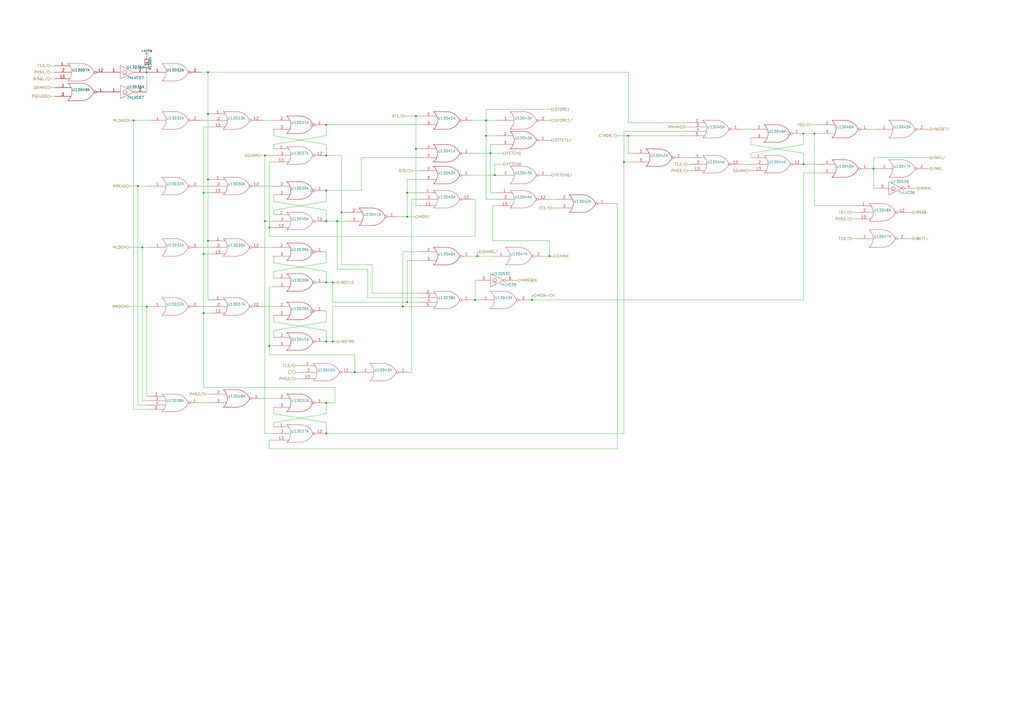
<source format=kicad_sch>
(kicad_sch (version 20211123) (generator eeschema)
  (paper "A2")
  (lib_symbols
    (symbol "agc_kicad_components:+4VSW" (power) (pin_names (offset 0))
      (property "Value" "agc_kicad_components_+4VSW" (at 0 3.556 0))
      (symbol "+4VSW_0_1"
        (polyline (pts (xy -0.762 1.27) (xy 0 2.54)))
        (polyline (pts (xy 0 0) (xy 0 2.54)))
        (polyline (pts (xy 0 2.54) (xy 0.762 1.27)))
      )
      (symbol "+4VSW_1_1"
        (pin power_in line (at 0 0 90) (length 0) hide (name "+4VSW") (number "1"))
      )
    )
    (symbol "agc_kicad_components:74HC02" (pin_names (offset 0.762))
      (property "Reference" "U" (at 0 1.27 0))
      (symbol "74HC02_1_1"
        (arc (start -7.62 -5.08) (mid -5.2708 0) (end -7.62 5.08) (stroke (width 0.2032)))
        (arc (start 0 -5.08) (mid 4.5812 -3.6906) (end 7.62 0) (stroke (width 0.2032)))
        (polyline (pts (xy -7.62 -5.08) (xy 0 -5.08)) (stroke (width 0.2032)))
        (polyline (pts (xy -7.62 5.08) (xy 0 5.08)) (stroke (width 0.2032)))
        (arc (start 7.62 0) (mid 4.5727 3.6819) (end 0 5.08) (stroke (width 0.2032)))
        (pin output inverted (at 15.24 0 180) (length 7.62) (name "~") (number "1"))
        (pin input line (at -15.24 2.54 0) (length 9.398) (name "~") (number "2"))
        (pin input line (at -15.24 -2.54 0) (length 9.398) (name "~") (number "3"))
      )
      (symbol "74HC02_2_1"
        (arc (start -7.62 -5.08) (mid -5.2708 0) (end -7.62 5.08) (stroke (width 0.2032)))
        (arc (start 0 -5.08) (mid 4.5812 -3.6906) (end 7.62 0) (stroke (width 0.2032)))
        (polyline (pts (xy -7.62 -5.08) (xy 0 -5.08)) (stroke (width 0.2032)))
        (polyline (pts (xy -7.62 5.08) (xy 0 5.08)) (stroke (width 0.2032)))
        (arc (start 7.62 0) (mid 4.5727 3.6819) (end 0 5.08) (stroke (width 0.2032)))
        (pin output inverted (at 15.24 0 180) (length 7.62) (name "~") (number "4"))
        (pin input line (at -15.24 2.54 0) (length 9.398) (name "~") (number "5"))
        (pin input line (at -15.24 -2.54 0) (length 9.398) (name "~") (number "6"))
      )
      (symbol "74HC02_3_1"
        (arc (start -7.62 -5.08) (mid -5.2708 0) (end -7.62 5.08) (stroke (width 0.2032)))
        (arc (start 0 -5.08) (mid 4.5812 -3.6906) (end 7.62 0) (stroke (width 0.2032)))
        (polyline (pts (xy -7.62 -5.08) (xy 0 -5.08)) (stroke (width 0.2032)))
        (polyline (pts (xy -7.62 5.08) (xy 0 5.08)) (stroke (width 0.2032)))
        (arc (start 7.62 0) (mid 4.5727 3.6819) (end 0 5.08) (stroke (width 0.2032)))
        (pin output inverted (at 15.24 0 180) (length 7.62) (name "~") (number "10"))
        (pin input line (at -15.24 2.54 0) (length 9.398) (name "~") (number "8"))
        (pin input line (at -15.24 -2.54 0) (length 9.398) (name "~") (number "9"))
      )
      (symbol "74HC02_4_1"
        (arc (start -7.62 -5.08) (mid -5.2708 0) (end -7.62 5.08) (stroke (width 0.2032)))
        (arc (start 0 -5.08) (mid 4.5812 -3.6906) (end 7.62 0) (stroke (width 0.2032)))
        (polyline (pts (xy -7.62 -5.08) (xy 0 -5.08)) (stroke (width 0.2032)))
        (polyline (pts (xy -7.62 5.08) (xy 0 5.08)) (stroke (width 0.2032)))
        (arc (start 7.62 0) (mid 4.5727 3.6819) (end 0 5.08) (stroke (width 0.2032)))
        (pin input line (at -15.24 2.54 0) (length 9.398) (name "~") (number "11"))
        (pin input line (at -15.24 -2.54 0) (length 9.398) (name "~") (number "12"))
        (pin output inverted (at 15.24 0 180) (length 7.62) (name "~") (number "13"))
      )
      (symbol "74HC02_5_0"
        (text "GND" (at 2.54 -3.81 0) (effects (font (size 0.9906 0.9906))))
        (text "VCC" (at 2.54 3.81 0) (effects (font (size 0.9906 0.9906))))
      )
      (symbol "74HC02_5_1"
        (rectangle (start -5.08 2.54) (end 5.08 -2.54))
        (pin power_in line (at 0 6.35 270) (length 3.81) (name "VCC") (number "14"))
        (pin power_in line (at 0 -6.35 90) (length 3.81) (name "GND") (number "7"))
      )
    )
    (symbol "agc_kicad_components:74HC04" (pin_names (offset 0.762))
      (property "Reference" "U" (at 0 1.27 0))
      (symbol "74HC04_1_1"
        (arc (start -7.62 -5.0292) (mid -5.3094 0.0082) (end -7.62 5.0546))
        (arc (start 0 -5.0546) (mid 4.5632 -3.6449) (end 7.5946 0.0508))
        (polyline (pts (xy -7.62 -5.08) (xy 0 -5.08)))
        (polyline (pts (xy -7.62 5.08) (xy 0 5.08)))
        (arc (start 7.62 0) (mid 4.6132 3.6946) (end 0.0508 5.08))
        (pin input line (at -15.24 0 0) (length 9.906) (name "~") (number "1"))
        (pin output inverted (at 15.24 0 180) (length 7.62) (name "~") (number "2"))
      )
      (symbol "74HC04_2_1"
        (arc (start -7.62 -5.0292) (mid -5.3094 0.0082) (end -7.62 5.0546))
        (arc (start 0 -5.0546) (mid 4.5632 -3.6449) (end 7.5946 0.0508))
        (polyline (pts (xy -7.62 -5.08) (xy 0 -5.08)))
        (polyline (pts (xy -7.62 5.08) (xy 0 5.08)))
        (arc (start 7.62 0) (mid 4.6132 3.6946) (end 0.0508 5.08))
        (pin input line (at -15.24 0 0) (length 9.906) (name "~") (number "3"))
        (pin output inverted (at 15.24 0 180) (length 7.62) (name "~") (number "4"))
      )
      (symbol "74HC04_3_1"
        (arc (start -7.62 -5.0292) (mid -5.3094 0.0082) (end -7.62 5.0546))
        (arc (start 0 -5.0546) (mid 4.5632 -3.6449) (end 7.5946 0.0508))
        (polyline (pts (xy -7.62 -5.08) (xy 0 -5.08)))
        (polyline (pts (xy -7.62 5.08) (xy 0 5.08)))
        (arc (start 7.62 0) (mid 4.6132 3.6946) (end 0.0508 5.08))
        (pin input line (at -15.24 0 0) (length 9.906) (name "~") (number "5"))
        (pin output inverted (at 15.24 0 180) (length 7.62) (name "~") (number "6"))
      )
      (symbol "74HC04_4_1"
        (arc (start -7.62 -5.0292) (mid -5.3094 0.0082) (end -7.62 5.0546))
        (arc (start 0 -5.0546) (mid 4.5632 -3.6449) (end 7.5946 0.0508))
        (polyline (pts (xy -7.62 -5.08) (xy 0 -5.08)))
        (polyline (pts (xy -7.62 5.08) (xy 0 5.08)))
        (arc (start 7.62 0) (mid 4.6132 3.6946) (end 0.0508 5.08))
        (pin output inverted (at 15.24 0 180) (length 7.62) (name "~") (number "8"))
        (pin input line (at -15.24 0 0) (length 9.906) (name "~") (number "9"))
      )
      (symbol "74HC04_5_1"
        (arc (start -7.62 -5.0292) (mid -5.3094 0.0082) (end -7.62 5.0546))
        (arc (start 0 -5.0546) (mid 4.5632 -3.6449) (end 7.5946 0.0508))
        (polyline (pts (xy -7.62 -5.08) (xy 0 -5.08)))
        (polyline (pts (xy -7.62 5.08) (xy 0 5.08)))
        (arc (start 7.62 0) (mid 4.6132 3.6946) (end 0.0508 5.08))
        (pin output inverted (at 15.24 0 180) (length 7.62) (name "~") (number "10"))
        (pin input line (at -15.24 0 0) (length 9.906) (name "~") (number "11"))
      )
      (symbol "74HC04_6_1"
        (arc (start -7.62 -5.0292) (mid -5.3094 0.0082) (end -7.62 5.0546))
        (arc (start 0 -5.0546) (mid 4.5632 -3.6449) (end 7.5946 0.0508))
        (polyline (pts (xy -7.62 -5.08) (xy 0 -5.08)))
        (polyline (pts (xy -7.62 5.08) (xy 0 5.08)))
        (arc (start 7.62 0) (mid 4.6132 3.6946) (end 0.0508 5.08))
        (pin output inverted (at 15.24 0 180) (length 7.62) (name "~") (number "12"))
        (pin input line (at -15.24 0 0) (length 9.906) (name "~") (number "13"))
      )
      (symbol "74HC04_7_0"
        (text "GND" (at 2.54 -3.81 0) (effects (font (size 0.9906 0.9906))))
        (text "VCC" (at 2.54 3.81 0) (effects (font (size 0.9906 0.9906))))
      )
      (symbol "74HC04_7_1"
        (rectangle (start -5.08 2.54) (end 5.08 -2.54))
        (pin power_in line (at 0 6.35 270) (length 3.81) (name "VCC") (number "14"))
        (pin power_in line (at 0 -6.35 90) (length 3.81) (name "GND") (number "7"))
      )
    )
    (symbol "agc_kicad_components:74HC27" (pin_names (offset 0.762))
      (property "Reference" "U" (at 0 1.27 0))
      (symbol "74HC27_1_1"
        (arc (start -7.62 -5.0292) (mid -5.3094 0.0082) (end -7.62 5.0546))
        (arc (start 0 -5.0546) (mid 4.5632 -3.6449) (end 7.5946 0.0508))
        (polyline (pts (xy -7.62 -5.08) (xy 0 -5.08)))
        (polyline (pts (xy -7.62 5.08) (xy 0 5.08)))
        (arc (start 7.62 0) (mid 4.6132 3.6946) (end 0.0508 5.08))
        (pin input line (at -15.24 3.81 0) (length 8.763) (name "~") (number "1"))
        (pin output inverted (at 15.24 0 180) (length 7.62) (name "~") (number "12"))
        (pin input line (at -15.24 -3.81 0) (length 8.763) (name "~") (number "13"))
        (pin input line (at -15.24 0 0) (length 9.906) (name "~") (number "2"))
      )
      (symbol "74HC27_2_1"
        (arc (start -7.62 -5.0292) (mid -5.3094 0.0082) (end -7.62 5.0546))
        (arc (start 0 -5.0546) (mid 4.5632 -3.6449) (end 7.5946 0.0508))
        (polyline (pts (xy -7.62 -5.08) (xy 0 -5.08)))
        (polyline (pts (xy -7.62 5.08) (xy 0 5.08)))
        (arc (start 7.62 0) (mid 4.6132 3.6946) (end 0.0508 5.08))
        (pin input line (at -15.24 3.81 0) (length 8.763) (name "~") (number "3"))
        (pin input line (at -15.24 0 0) (length 9.906) (name "~") (number "4"))
        (pin input line (at -15.24 -3.81 0) (length 8.763) (name "~") (number "5"))
        (pin output inverted (at 15.24 0 180) (length 7.62) (name "~") (number "6"))
      )
      (symbol "74HC27_3_1"
        (arc (start -7.62 -5.0292) (mid -5.3094 0.0082) (end -7.62 5.0546))
        (arc (start 0 -5.0546) (mid 4.5632 -3.6449) (end 7.5946 0.0508))
        (polyline (pts (xy -7.62 -5.08) (xy 0 -5.08)))
        (polyline (pts (xy -7.62 5.08) (xy 0 5.08)))
        (arc (start 7.62 0) (mid 4.6132 3.6946) (end 0.0508 5.08))
        (pin input line (at -15.24 0 0) (length 9.906) (name "~") (number "10"))
        (pin input line (at -15.24 -3.81 0) (length 8.763) (name "~") (number "11"))
        (pin output inverted (at 15.24 0 180) (length 7.62) (name "~") (number "8"))
        (pin input line (at -15.24 3.81 0) (length 8.763) (name "~") (number "9"))
      )
      (symbol "74HC27_4_0"
        (text "GND" (at 2.54 -3.81 0) (effects (font (size 0.9906 0.9906))))
        (text "VCC" (at 2.54 3.81 0) (effects (font (size 0.9906 0.9906))))
      )
      (symbol "74HC27_4_1"
        (rectangle (start -5.08 2.54) (end 5.08 -2.54))
        (pin power_in line (at 0 6.35 270) (length 3.81) (name "VCC") (number "14"))
        (pin power_in line (at 0 -6.35 90) (length 3.81) (name "GND") (number "7"))
      )
    )
    (symbol "agc_kicad_components:74HC4002" (pin_names (offset 0.762))
      (property "Reference" "U" (at 0 1.27 0))
      (symbol "74HC4002_1_1"
        (arc (start -7.62 -5.0292) (mid -5.3094 0.0082) (end -7.62 5.0546))
        (arc (start 0 -5.0546) (mid 4.5632 -3.6449) (end 7.5946 0.0508))
        (polyline (pts (xy -7.62 -5.08) (xy 0 -5.08)))
        (polyline (pts (xy -7.62 5.08) (xy 0 5.08)))
        (arc (start 7.62 0) (mid 4.6132 3.6946) (end 0.0508 5.08))
        (pin output inverted (at 15.24 0 180) (length 7.62) (name "~") (number "1"))
        (pin input line (at -15.24 3.81 0) (length 8.509) (name "~") (number "2"))
        (pin input line (at -15.24 1.27 0) (length 9.652) (name "~") (number "3"))
        (pin input line (at -15.24 -1.27 0) (length 9.652) (name "~") (number "4"))
        (pin input line (at -15.24 -3.81 0) (length 8.509) (name "~") (number "5"))
        (pin no_connect line (at -2.54 5.08 90) (length 0) hide (name "NC1") (number "6"))
        (pin no_connect line (at 0 5.08 90) (length 0) hide (name "NC2") (number "8"))
      )
      (symbol "74HC4002_2_1"
        (arc (start -7.62 -5.0292) (mid -5.3094 0.0082) (end -7.62 5.0546))
        (arc (start 0 -5.0546) (mid 4.5632 -3.6449) (end 7.5946 0.0508))
        (polyline (pts (xy -7.62 -5.08) (xy 0 -5.08)))
        (polyline (pts (xy -7.62 5.08) (xy 0 5.08)))
        (arc (start 7.62 0) (mid 4.6132 3.6946) (end 0.0508 5.08))
        (pin input line (at -15.24 1.27 0) (length 9.652) (name "~") (number "10"))
        (pin input line (at -15.24 -1.27 0) (length 9.652) (name "~") (number "11"))
        (pin input line (at -15.24 -3.81 0) (length 8.509) (name "~") (number "12"))
        (pin output inverted (at 15.24 0 180) (length 7.62) (name "~") (number "13"))
        (pin no_connect line (at -2.54 5.08 90) (length 0) hide (name "NC1") (number "6"))
        (pin no_connect line (at 0 5.08 90) (length 0) hide (name "NC2") (number "8"))
        (pin input line (at -15.24 3.81 0) (length 8.509) (name "~") (number "9"))
      )
      (symbol "74HC4002_3_0"
        (text "GND" (at 2.54 -3.81 0) (effects (font (size 0.9906 0.9906))))
        (text "VCC" (at 2.54 3.81 0) (effects (font (size 0.9906 0.9906))))
      )
      (symbol "74HC4002_3_1"
        (rectangle (start -5.08 2.54) (end 5.08 -2.54))
        (pin power_in line (at 0 6.35 270) (length 3.81) (name "VCC") (number "14"))
        (pin power_in line (at 0 -6.35 90) (length 3.81) (name "GND") (number "7"))
      )
    )
    (symbol "agc_kicad_components:74LVC06" (pin_names (offset 0.762))
      (property "Reference" "U" (at 0 1.27 0))
      (symbol "74LVC06_1_0"
        (polyline (pts (xy -3.81 3.81) (xy -3.81 -3.81) (xy 3.81 0) (xy -3.81 3.81)))
      )
      (symbol "74LVC06_1_1"
        (polyline (pts (xy -2.54 -1.27) (xy 0 -1.27)))
        (polyline (pts (xy -1.27 1.27) (xy -2.54 0) (xy -1.27 -1.27) (xy 0 0) (xy -1.27 1.27)))
        (pin input line (at -11.43 0 0) (length 7.62) (name "~") (number "1"))
        (pin open_collector inverted (at 11.43 0 180) (length 7.62) (name "~") (number "2"))
      )
      (symbol "74LVC06_2_0"
        (polyline (pts (xy -3.81 3.81) (xy -3.81 -3.81) (xy 3.81 0) (xy -3.81 3.81)))
      )
      (symbol "74LVC06_2_1"
        (polyline (pts (xy -2.54 -1.27) (xy 0 -1.27)))
        (polyline (pts (xy -1.27 1.27) (xy -2.54 0) (xy -1.27 -1.27) (xy 0 0) (xy -1.27 1.27)))
        (pin input line (at -11.43 0 0) (length 7.62) (name "~") (number "3"))
        (pin open_collector inverted (at 11.43 0 180) (length 7.62) (name "~") (number "4"))
      )
      (symbol "74LVC06_3_0"
        (polyline (pts (xy -3.81 3.81) (xy -3.81 -3.81) (xy 3.81 0) (xy -3.81 3.81)))
      )
      (symbol "74LVC06_3_1"
        (polyline (pts (xy -2.54 -1.27) (xy 0 -1.27)))
        (polyline (pts (xy -1.27 1.27) (xy -2.54 0) (xy -1.27 -1.27) (xy 0 0) (xy -1.27 1.27)))
        (pin input line (at -11.43 0 0) (length 7.62) (name "~") (number "5"))
        (pin open_collector inverted (at 11.43 0 180) (length 7.62) (name "~") (number "6"))
      )
      (symbol "74LVC06_4_0"
        (polyline (pts (xy -3.81 3.81) (xy -3.81 -3.81) (xy 3.81 0) (xy -3.81 3.81)))
      )
      (symbol "74LVC06_4_1"
        (polyline (pts (xy -2.54 -1.27) (xy 0 -1.27)))
        (polyline (pts (xy -1.27 1.27) (xy -2.54 0) (xy -1.27 -1.27) (xy 0 0) (xy -1.27 1.27)))
        (pin open_collector inverted (at 11.43 0 180) (length 7.62) (name "~") (number "8"))
        (pin input line (at -11.43 0 0) (length 7.62) (name "~") (number "9"))
      )
      (symbol "74LVC06_5_0"
        (polyline (pts (xy -3.81 3.81) (xy -3.81 -3.81) (xy 3.81 0) (xy -3.81 3.81)))
      )
      (symbol "74LVC06_5_1"
        (polyline (pts (xy -2.54 -1.27) (xy 0 -1.27)))
        (polyline (pts (xy -1.27 1.27) (xy -2.54 0) (xy -1.27 -1.27) (xy 0 0) (xy -1.27 1.27)))
        (pin open_collector inverted (at 11.43 0 180) (length 7.62) (name "~") (number "10"))
        (pin input line (at -11.43 0 0) (length 7.62) (name "~") (number "11"))
      )
      (symbol "74LVC06_6_0"
        (polyline (pts (xy -3.81 3.81) (xy -3.81 -3.81) (xy 3.81 0) (xy -3.81 3.81)))
      )
      (symbol "74LVC06_6_1"
        (polyline (pts (xy -2.54 -1.27) (xy 0 -1.27)))
        (polyline (pts (xy -1.27 1.27) (xy -2.54 0) (xy -1.27 -1.27) (xy 0 0) (xy -1.27 1.27)))
        (pin open_collector inverted (at 11.43 0 180) (length 7.62) (name "~") (number "12"))
        (pin input line (at -11.43 0 0) (length 7.62) (name "~") (number "13"))
      )
      (symbol "74LVC06_7_0"
        (rectangle (start -5.08 2.54) (end 5.08 -2.54))
        (text "GND" (at 2.54 -3.81 0) (effects (font (size 0.9906 0.9906))))
        (text "VCC" (at 2.54 3.81 0) (effects (font (size 0.9906 0.9906))))
      )
      (symbol "74LVC06_7_1"
        (pin power_in line (at 0 6.35 270) (length 3.81) (name "VCC") (number "14"))
        (pin power_in line (at 0 -6.35 90) (length 3.81) (name "GND") (number "7"))
      )
    )
    (symbol "agc_kicad_components:74LVC07" (pin_names (offset 0.762))
      (property "Reference" "U" (at 0 1.27 0))
      (symbol "74LVC07_1_0"
        (polyline (pts (xy -3.81 3.81) (xy -3.81 -3.81) (xy 3.81 0) (xy -3.81 3.81)))
      )
      (symbol "74LVC07_1_1"
        (polyline (pts (xy -2.54 -1.27) (xy 0 -1.27)))
        (polyline (pts (xy -1.27 1.27) (xy -2.54 0) (xy -1.27 -1.27) (xy 0 0) (xy -1.27 1.27)))
        (pin input line (at -11.43 0 0) (length 7.62) (name "~") (number "1"))
        (pin open_collector line (at 11.43 0 180) (length 7.62) (name "~") (number "2"))
      )
      (symbol "74LVC07_2_0"
        (polyline (pts (xy -3.81 3.81) (xy -3.81 -3.81) (xy 3.81 0) (xy -3.81 3.81)))
      )
      (symbol "74LVC07_2_1"
        (polyline (pts (xy -2.54 -1.27) (xy 0 -1.27)))
        (polyline (pts (xy -1.27 1.27) (xy -2.54 0) (xy -1.27 -1.27) (xy 0 0) (xy -1.27 1.27)))
        (pin input line (at -11.43 0 0) (length 7.62) (name "~") (number "3"))
        (pin open_collector line (at 11.43 0 180) (length 7.62) (name "~") (number "4"))
      )
      (symbol "74LVC07_3_0"
        (polyline (pts (xy -3.81 3.81) (xy -3.81 -3.81) (xy 3.81 0) (xy -3.81 3.81)))
      )
      (symbol "74LVC07_3_1"
        (polyline (pts (xy -2.54 -1.27) (xy 0 -1.27)))
        (polyline (pts (xy -1.27 1.27) (xy -2.54 0) (xy -1.27 -1.27) (xy 0 0) (xy -1.27 1.27)))
        (pin input line (at -11.43 0 0) (length 7.62) (name "~") (number "5"))
        (pin open_collector line (at 11.43 0 180) (length 7.62) (name "~") (number "6"))
      )
      (symbol "74LVC07_4_0"
        (polyline (pts (xy -3.81 3.81) (xy -3.81 -3.81) (xy 3.81 0) (xy -3.81 3.81)))
      )
      (symbol "74LVC07_4_1"
        (polyline (pts (xy -2.54 -1.27) (xy 0 -1.27)))
        (polyline (pts (xy -1.27 1.27) (xy -2.54 0) (xy -1.27 -1.27) (xy 0 0) (xy -1.27 1.27)))
        (pin open_collector line (at 11.43 0 180) (length 7.62) (name "~") (number "8"))
        (pin input line (at -11.43 0 0) (length 7.62) (name "~") (number "9"))
      )
      (symbol "74LVC07_5_0"
        (polyline (pts (xy -3.81 3.81) (xy -3.81 -3.81) (xy 3.81 0) (xy -3.81 3.81)))
      )
      (symbol "74LVC07_5_1"
        (polyline (pts (xy -2.54 -1.27) (xy 0 -1.27)))
        (polyline (pts (xy -1.27 1.27) (xy -2.54 0) (xy -1.27 -1.27) (xy 0 0) (xy -1.27 1.27)))
        (pin open_collector line (at 11.43 0 180) (length 7.62) (name "~") (number "10"))
        (pin input line (at -11.43 0 0) (length 7.62) (name "~") (number "11"))
      )
      (symbol "74LVC07_6_0"
        (polyline (pts (xy -3.81 3.81) (xy -3.81 -3.81) (xy 3.81 0) (xy -3.81 3.81)))
      )
      (symbol "74LVC07_6_1"
        (polyline (pts (xy -2.54 -1.27) (xy 0 -1.27)))
        (polyline (pts (xy -1.27 1.27) (xy -2.54 0) (xy -1.27 -1.27) (xy 0 0) (xy -1.27 1.27)))
        (pin open_collector line (at 11.43 0 180) (length 7.62) (name "~") (number "12"))
        (pin input line (at -11.43 0 0) (length 7.62) (name "~") (number "13"))
      )
      (symbol "74LVC07_7_0"
        (rectangle (start -5.08 2.54) (end 5.08 -2.54))
        (text "GND" (at 2.54 -3.81 0) (effects (font (size 0.9906 0.9906))))
        (text "VCC" (at 2.54 3.81 0) (effects (font (size 0.9906 0.9906))))
      )
      (symbol "74LVC07_7_1"
        (pin power_in line (at 0 6.35 270) (length 3.81) (name "VCC") (number "14"))
        (pin power_in line (at 0 -6.35 90) (length 3.81) (name "GND") (number "7"))
      )
    )
    (symbol "agc_kicad_components:R" (pin_numbers hide) (pin_names (offset 0) hide)
      (property "Reference" "R" (at 0 0 0))
      (property "Value" "agc_kicad_components_R" (at 0 0 0))
      (symbol "R_1_1"
        (rectangle (start -1.016 -2.54) (end 1.016 2.54) (stroke (width 0.254)))
        (pin passive line (at 0 3.81 270) (length 1.27) (name "~") (number "1"))
        (pin passive line (at 0 -3.81 90) (length 1.27) (name "~") (number "2"))
      )
    )
  )
  (junction (at 284.48 88.9))
  (junction (at 189.23 128.27))
  (junction (at 120.65 66.04))
  (junction (at 236.22 125.73))
  (junction (at 241.3 67.31))
  (junction (at 189.23 163.83))
  (junction (at 77.47 69.85))
  (junction (at 241.3 86.36))
  (junction (at 233.68 177.8))
  (junction (at 236.22 175.26))
  (junction (at 120.65 139.7))
  (junction (at 85.09 41.91))
  (junction (at 189.23 233.68))
  (junction (at 118.11 181.61))
  (junction (at 198.12 123.19))
  (junction (at 189.23 198.12))
  (junction (at 195.58 128.27))
  (junction (at 361.95 93.98))
  (junction (at 85.09 177.8))
  (junction (at 506.73 97.79))
  (junction (at 153.67 128.27))
  (junction (at 276.86 148.59))
  (junction (at 308.61 173.99))
  (junction (at 236.22 111.76))
  (junction (at 205.74 215.9))
  (junction (at 281.94 78.74))
  (junction (at 189.23 90.17))
  (junction (at 466.09 95.25))
  (junction (at 189.23 72.39))
  (junction (at 120.65 41.91))
  (junction (at 281.94 69.85))
  (junction (at 287.02 101.6))
  (junction (at 156.21 200.66))
  (junction (at 318.77 148.59))
  (junction (at 120.65 104.14))
  (junction (at 466.09 77.47))
  (junction (at 364.49 78.74))
  (junction (at 80.01 107.95))
  (junction (at 153.67 90.17))
  (junction (at 189.23 110.49))
  (junction (at 193.04 198.12))
  (junction (at 472.44 77.47))
  (junction (at 118.11 111.76))
  (junction (at 82.55 143.51))
  (junction (at 193.04 163.83))
  (junction (at 275.59 173.99))
  (junction (at 189.23 251.46))
  (junction (at 156.21 132.08))
  (junction (at 118.11 147.32))
  (wire (pts (xy 189.23 116.84) (xy 158.75 121.92)))
  (wire (pts (xy 287.02 101.6) (xy 287.02 95.25)))
  (wire (pts (xy 466.09 95.25) (xy 466.09 88.9)))
  (wire (pts (xy 397.51 91.44) (xy 400.05 91.44)))
  (wire (pts (xy 213.36 172.72) (xy 243.84 172.72)))
  (wire (pts (xy 215.9 170.18) (xy 243.84 170.18)))
  (wire (pts (xy 116.84 177.8) (xy 121.92 177.8)))
  (wire (pts (xy 466.09 77.47) (xy 466.09 83.82)))
  (wire (pts (xy 320.04 101.6) (xy 318.77 101.6)))
  (wire (pts (xy 118.11 224.79) (xy 194.31 224.79)))
  (wire (pts (xy 189.23 157.48) (xy 158.75 152.4)))
  (wire (pts (xy 116.84 69.85) (xy 121.92 69.85)))
  (wire (pts (xy 85.09 41.91) (xy 86.36 41.91)))
  (wire (pts (xy 118.11 147.32) (xy 118.11 181.61)))
  (wire (pts (xy 77.47 69.85) (xy 86.36 69.85)))
  (wire (pts (xy 205.74 205.74) (xy 205.74 215.9)))
  (wire (pts (xy 539.75 74.93) (xy 538.48 74.93)))
  (wire (pts (xy 29.21 45.72) (xy 31.75 45.72)))
  (wire (pts (xy 281.94 63.5) (xy 320.04 63.5)))
  (wire (pts (xy 281.94 78.74) (xy 281.94 115.57)))
  (wire (pts (xy 158.75 186.69) (xy 158.75 182.88)))
  (wire (pts (xy 156.21 200.66) (xy 156.21 205.74)))
  (wire (pts (xy 74.93 143.51) (xy 82.55 143.51)))
  (wire (pts (xy 189.23 186.69) (xy 158.75 191.77)))
  (wire (pts (xy 496.57 138.43) (xy 494.03 138.43)))
  (wire (pts (xy 189.23 83.82) (xy 158.75 78.74)))
  (wire (pts (xy 152.4 69.85) (xy 158.75 69.85)))
  (wire (pts (xy 209.55 110.49) (xy 209.55 91.44)))
  (wire (pts (xy 158.75 78.74) (xy 158.75 74.93)))
  (wire (pts (xy 120.65 139.7) (xy 121.92 139.7)))
  (wire (pts (xy 189.23 152.4) (xy 158.75 157.48)))
  (wire (pts (xy 195.58 128.27) (xy 195.58 156.21)))
  (wire (pts (xy 474.98 100.33) (xy 466.09 100.33)))
  (wire (pts (xy 85.09 40.64) (xy 85.09 41.91)))
  (wire (pts (xy 118.11 181.61) (xy 118.11 224.79)))
  (wire (pts (xy 119.38 228.6) (xy 121.92 228.6)))
  (wire (pts (xy 281.94 69.85) (xy 288.29 69.85)))
  (wire (pts (xy 151.13 90.17) (xy 153.67 90.17)))
  (wire (pts (xy 189.23 78.74) (xy 158.75 83.82)))
  (wire (pts (xy 364.49 41.91) (xy 364.49 71.12)))
  (wire (pts (xy 198.12 90.17) (xy 189.23 90.17)))
  (wire (pts (xy 275.59 115.57) (xy 275.59 137.16)))
  (wire (pts (xy 189.23 72.39) (xy 243.84 72.39)))
  (wire (pts (xy 505.46 74.93) (xy 508 74.93)))
  (wire (pts (xy 156.21 255.27) (xy 158.75 255.27)))
  (wire (pts (xy 466.09 95.25) (xy 474.98 95.25)))
  (wire (pts (xy 116.84 107.95) (xy 121.92 107.95)))
  (wire (pts (xy 158.75 93.98) (xy 156.21 93.98)))
  (wire (pts (xy 156.21 132.08) (xy 156.21 137.16)))
  (wire (pts (xy 189.23 128.27) (xy 195.58 128.27)))
  (wire (pts (xy 274.32 101.6) (xy 287.02 101.6)))
  (wire (pts (xy 86.36 229.87) (xy 85.09 229.87)))
  (wire (pts (xy 194.31 224.79) (xy 194.31 233.68)))
  (wire (pts (xy 193.04 198.12) (xy 195.58 198.12)))
  (wire (pts (xy 189.23 128.27) (xy 189.23 121.92)))
  (wire (pts (xy 430.53 74.93) (xy 435.61 74.93)))
  (wire (pts (xy 284.48 83.82) (xy 288.29 83.82)))
  (wire (pts (xy 308.61 171.45) (xy 308.61 173.99)))
  (wire (pts (xy 195.58 128.27) (xy 200.66 128.27)))
  (wire (pts (xy 116.84 143.51) (xy 121.92 143.51)))
  (wire (pts (xy 156.21 137.16) (xy 275.59 137.16)))
  (wire (pts (xy 189.23 110.49) (xy 209.55 110.49)))
  (wire (pts (xy 85.09 177.8) (xy 86.36 177.8)))
  (wire (pts (xy 189.23 72.39) (xy 189.23 78.74)))
  (wire (pts (xy 193.04 177.8) (xy 233.68 177.8)))
  (wire (pts (xy 397.51 73.66) (xy 400.05 73.66)))
  (wire (pts (xy 158.75 191.77) (xy 158.75 195.58)))
  (wire (pts (xy 120.65 104.14) (xy 120.65 139.7)))
  (wire (pts (xy 234.95 67.31) (xy 241.3 67.31)))
  (wire (pts (xy 284.48 88.9) (xy 284.48 111.76)))
  (wire (pts (xy 189.23 191.77) (xy 158.75 186.69)))
  (wire (pts (xy 194.31 233.68) (xy 189.23 233.68)))
  (wire (pts (xy 120.65 104.14) (xy 121.92 104.14)))
  (wire (pts (xy 189.23 110.49) (xy 189.23 116.84)))
  (wire (pts (xy 158.75 128.27) (xy 153.67 128.27)))
  (wire (pts (xy 364.49 78.74) (xy 400.05 78.74)))
  (wire (pts (xy 198.12 123.19) (xy 198.12 153.67)))
  (wire (pts (xy 358.14 118.11) (xy 358.14 260.35)))
  (wire (pts (xy 233.68 177.8) (xy 233.68 146.05)))
  (wire (pts (xy 120.65 139.7) (xy 120.65 173.99)))
  (wire (pts (xy 316.23 148.59) (xy 318.77 148.59)))
  (wire (pts (xy 120.65 173.99) (xy 121.92 173.99)))
  (wire (pts (xy 506.73 91.44) (xy 506.73 97.79)))
  (wire (pts (xy 275.59 173.99) (xy 276.86 173.99)))
  (wire (pts (xy 238.76 215.9) (xy 237.49 215.9)))
  (wire (pts (xy 189.23 90.17) (xy 189.23 83.82)))
  (wire (pts (xy 209.55 91.44) (xy 243.84 91.44)))
  (wire (pts (xy 189.23 251.46) (xy 189.23 245.11)))
  (wire (pts (xy 529.59 123.19) (xy 527.05 123.19)))
  (wire (pts (xy 505.46 97.79) (xy 506.73 97.79)))
  (wire (pts (xy 308.61 173.99) (xy 466.09 173.99)))
  (wire (pts (xy 434.34 99.06) (xy 435.61 99.06)))
  (wire (pts (xy 213.36 156.21) (xy 213.36 172.72)))
  (wire (pts (xy 171.45 215.9) (xy 173.99 215.9)))
  (wire (pts (xy 158.75 245.11) (xy 158.75 247.65)))
  (wire (pts (xy 152.4 143.51) (xy 158.75 143.51)))
  (wire (pts (xy 506.73 91.44) (xy 539.75 91.44)))
  (wire (pts (xy 74.93 107.95) (xy 80.01 107.95)))
  (wire (pts (xy 320.04 81.28) (xy 318.77 81.28)))
  (wire (pts (xy 156.21 132.08) (xy 158.75 132.08)))
  (wire (pts (xy 189.23 163.83) (xy 189.23 157.48)))
  (wire (pts (xy 275.59 162.56) (xy 276.86 162.56)))
  (wire (pts (xy 274.32 88.9) (xy 284.48 88.9)))
  (wire (pts (xy 361.95 76.2) (xy 400.05 76.2)))
  (wire (pts (xy 158.75 240.03) (xy 158.75 236.22)))
  (wire (pts (xy 118.11 147.32) (xy 121.92 147.32)))
  (wire (pts (xy 120.65 66.04) (xy 121.92 66.04)))
  (wire (pts (xy 152.4 231.14) (xy 158.75 231.14)))
  (wire (pts (xy 285.75 119.38) (xy 288.29 119.38)))
  (wire (pts (xy 284.48 88.9) (xy 292.1 88.9)))
  (wire (pts (xy 189.23 245.11) (xy 158.75 240.03)))
  (wire (pts (xy 287.02 95.25) (xy 292.1 95.25)))
  (wire (pts (xy 189.23 198.12) (xy 189.23 191.77)))
  (wire (pts (xy 318.77 139.7) (xy 285.75 139.7)))
  (wire (pts (xy 198.12 90.17) (xy 198.12 123.19)))
  (wire (pts (xy 236.22 175.26) (xy 236.22 151.13)))
  (wire (pts (xy 200.66 123.19) (xy 198.12 123.19)))
  (wire (pts (xy 243.84 111.76) (xy 236.22 111.76)))
  (wire (pts (xy 430.53 95.25) (xy 435.61 95.25)))
  (wire (pts (xy 472.44 119.38) (xy 496.57 119.38)))
  (wire (pts (xy 156.21 93.98) (xy 156.21 132.08)))
  (wire (pts (xy 153.67 90.17) (xy 153.67 128.27)))
  (wire (pts (xy 318.77 115.57) (xy 322.58 115.57)))
  (wire (pts (xy 158.75 107.95) (xy 152.4 107.95)))
  (wire (pts (xy 156.21 200.66) (xy 158.75 200.66)))
  (wire (pts (xy 120.65 66.04) (xy 120.65 104.14)))
  (wire (pts (xy 241.3 67.31) (xy 241.3 86.36)))
  (wire (pts (xy 466.09 77.47) (xy 472.44 77.47)))
  (wire (pts (xy 276.86 146.05) (xy 278.13 146.05)))
  (wire (pts (xy 189.23 233.68) (xy 189.23 240.03)))
  (wire (pts (xy 118.11 181.61) (xy 121.92 181.61)))
  (wire (pts (xy 158.75 116.84) (xy 158.75 113.03)))
  (wire (pts (xy 120.65 41.91) (xy 120.65 66.04)))
  (wire (pts (xy 274.32 173.99) (xy 275.59 173.99)))
  (wire (pts (xy 29.21 50.8) (xy 31.75 50.8)))
  (wire (pts (xy 233.68 177.8) (xy 243.84 177.8)))
  (wire (pts (xy 466.09 83.82) (xy 435.61 88.9)))
  (wire (pts (xy 474.98 72.39) (xy 469.9 72.39)))
  (wire (pts (xy 74.93 177.8) (xy 85.09 177.8)))
  (wire (pts (xy 466.09 88.9) (xy 435.61 83.82)))
  (wire (pts (xy 364.49 88.9) (xy 367.03 88.9)))
  (wire (pts (xy 506.73 97.79) (xy 508 97.79)))
  (wire (pts (xy 74.93 69.85) (xy 77.47 69.85)))
  (wire (pts (xy 29.21 38.1) (xy 31.75 38.1)))
  (wire (pts (xy 116.84 41.91) (xy 120.65 41.91)))
  (wire (pts (xy 320.04 69.85) (xy 318.77 69.85)))
  (wire (pts (xy 284.48 111.76) (xy 288.29 111.76)))
  (wire (pts (xy 532.13 109.22) (xy 530.86 109.22)))
  (wire (pts (xy 189.23 163.83) (xy 193.04 163.83)))
  (wire (pts (xy 158.75 157.48) (xy 158.75 161.29)))
  (wire (pts (xy 236.22 125.73) (xy 241.3 125.73)))
  (wire (pts (xy 435.61 83.82) (xy 435.61 80.01)))
  (wire (pts (xy 238.76 115.57) (xy 238.76 215.9)))
  (wire (pts (xy 189.23 146.05) (xy 189.23 152.4)))
  (wire (pts (xy 193.04 175.26) (xy 236.22 175.26)))
  (wire (pts (xy 86.36 234.95) (xy 80.01 234.95)))
  (wire (pts (xy 116.84 233.68) (xy 121.92 233.68)))
  (wire (pts (xy 539.75 97.79) (xy 538.48 97.79)))
  (wire (pts (xy 472.44 77.47) (xy 472.44 119.38)))
  (wire (pts (xy 281.94 78.74) (xy 288.29 78.74)))
  (wire (pts (xy 236.22 111.76) (xy 236.22 125.73)))
  (wire (pts (xy 156.21 260.35) (xy 156.21 255.27)))
  (wire (pts (xy 158.75 121.92) (xy 158.75 124.46)))
  (wire (pts (xy 189.23 240.03) (xy 158.75 245.11)))
  (wire (pts (xy 171.45 219.71) (xy 173.99 219.71)))
  (wire (pts (xy 118.11 111.76) (xy 121.92 111.76)))
  (wire (pts (xy 241.3 119.38) (xy 243.84 119.38)))
  (wire (pts (xy 77.47 237.49) (xy 77.47 69.85)))
  (wire (pts (xy 236.22 104.14) (xy 243.84 104.14)))
  (wire (pts (xy 243.84 99.06) (xy 238.76 99.06)))
  (wire (pts (xy 153.67 90.17) (xy 158.75 90.17)))
  (wire (pts (xy 158.75 166.37) (xy 156.21 166.37)))
  (wire (pts (xy 85.09 229.87) (xy 85.09 177.8)))
  (wire (pts (xy 193.04 163.83) (xy 193.04 175.26)))
  (wire (pts (xy 398.78 95.25) (xy 400.05 95.25)))
  (wire (pts (xy 241.3 86.36) (xy 243.84 86.36)))
  (wire (pts (xy 320.04 120.65) (xy 322.58 120.65)))
  (wire (pts (xy 361.95 76.2) (xy 361.95 93.98)))
  (wire (pts (xy 361.95 251.46) (xy 189.23 251.46)))
  (wire (pts (xy 82.55 232.41) (xy 82.55 143.51)))
  (wire (pts (xy 281.94 115.57) (xy 288.29 115.57)))
  (wire (pts (xy 153.67 251.46) (xy 158.75 251.46)))
  (wire (pts (xy 118.11 73.66) (xy 121.92 73.66)))
  (wire (pts (xy 496.57 123.19) (xy 494.03 123.19)))
  (wire (pts (xy 215.9 153.67) (xy 215.9 170.18)))
  (wire (pts (xy 204.47 215.9) (xy 205.74 215.9)))
  (wire (pts (xy 231.14 125.73) (xy 236.22 125.73)))
  (wire (pts (xy 189.23 121.92) (xy 158.75 116.84)))
  (wire (pts (xy 466.09 100.33) (xy 466.09 173.99)))
  (wire (pts (xy 241.3 86.36) (xy 241.3 119.38)))
  (wire (pts (xy 189.23 198.12) (xy 193.04 198.12)))
  (wire (pts (xy 120.65 41.91) (xy 364.49 41.91)))
  (wire (pts (xy 318.77 148.59) (xy 321.31 148.59)))
  (wire (pts (xy 274.32 115.57) (xy 275.59 115.57)))
  (wire (pts (xy 153.67 128.27) (xy 153.67 251.46)))
  (wire (pts (xy 309.88 171.45) (xy 308.61 171.45)))
  (wire (pts (xy 472.44 77.47) (xy 474.98 77.47)))
  (wire (pts (xy 506.73 109.22) (xy 508 109.22)))
  (wire (pts (xy 152.4 177.8) (xy 158.75 177.8)))
  (wire (pts (xy 158.75 83.82) (xy 158.75 86.36)))
  (wire (pts (xy 284.48 83.82) (xy 284.48 88.9)))
  (wire (pts (xy 287.02 101.6) (xy 288.29 101.6)))
  (wire (pts (xy 85.09 41.91) (xy 85.09 53.34)))
  (wire (pts (xy 80.01 107.95) (xy 86.36 107.95)))
  (wire (pts (xy 205.74 215.9) (xy 207.01 215.9)))
  (wire (pts (xy 496.57 127) (xy 494.03 127)))
  (wire (pts (xy 189.23 180.34) (xy 189.23 186.69)))
  (wire (pts (xy 243.84 115.57) (xy 238.76 115.57)))
  (wire (pts (xy 82.55 143.51) (xy 86.36 143.51)))
  (wire (pts (xy 241.3 67.31) (xy 243.84 67.31)))
  (wire (pts (xy 300.99 162.56) (xy 299.72 162.56)))
  (wire (pts (xy 281.94 69.85) (xy 281.94 78.74)))
  (wire (pts (xy 156.21 166.37) (xy 156.21 200.66)))
  (wire (pts (xy 358.14 260.35) (xy 156.21 260.35)))
  (wire (pts (xy 274.32 148.59) (xy 276.86 148.59)))
  (wire (pts (xy 118.11 111.76) (xy 118.11 147.32)))
  (wire (pts (xy 274.32 69.85) (xy 281.94 69.85)))
  (wire (pts (xy 361.95 93.98) (xy 361.95 251.46)))
  (wire (pts (xy 86.36 237.49) (xy 77.47 237.49)))
  (wire (pts (xy 285.75 139.7) (xy 285.75 119.38)))
  (wire (pts (xy 193.04 163.83) (xy 195.58 163.83)))
  (wire (pts (xy 281.94 63.5) (xy 281.94 69.85)))
  (wire (pts (xy 29.21 55.88) (xy 31.75 55.88)))
  (wire (pts (xy 156.21 205.74) (xy 205.74 205.74)))
  (wire (pts (xy 233.68 146.05) (xy 243.84 146.05)))
  (wire (pts (xy 506.73 97.79) (xy 506.73 109.22)))
  (wire (pts (xy 398.78 99.06) (xy 400.05 99.06)))
  (wire (pts (xy 435.61 88.9) (xy 435.61 91.44)))
  (wire (pts (xy 118.11 73.66) (xy 118.11 111.76)))
  (wire (pts (xy 318.77 148.59) (xy 318.77 139.7)))
  (wire (pts (xy 358.14 78.74) (xy 364.49 78.74)))
  (wire (pts (xy 29.21 41.91) (xy 31.75 41.91)))
  (wire (pts (xy 353.06 118.11) (xy 358.14 118.11)))
  (wire (pts (xy 80.01 234.95) (xy 80.01 107.95)))
  (wire (pts (xy 198.12 153.67) (xy 215.9 153.67)))
  (wire (pts (xy 529.59 138.43) (xy 527.05 138.43)))
  (wire (pts (xy 364.49 71.12) (xy 400.05 71.12)))
  (wire (pts (xy 193.04 198.12) (xy 193.04 177.8)))
  (wire (pts (xy 276.86 148.59) (xy 285.75 148.59)))
  (wire (pts (xy 307.34 173.99) (xy 308.61 173.99)))
  (wire (pts (xy 276.86 148.59) (xy 276.86 146.05)))
  (wire (pts (xy 171.45 212.09) (xy 173.99 212.09)))
  (wire (pts (xy 158.75 152.4) (xy 158.75 148.59)))
  (wire (pts (xy 236.22 175.26) (xy 243.84 175.26)))
  (wire (pts (xy 86.36 232.41) (xy 82.55 232.41)))
  (wire (pts (xy 361.95 93.98) (xy 367.03 93.98)))
  (wire (pts (xy 236.22 151.13) (xy 243.84 151.13)))
  (wire (pts (xy 275.59 173.99) (xy 275.59 162.56)))
  (wire (pts (xy 236.22 104.14) (xy 236.22 111.76)))
  (wire (pts (xy 364.49 78.74) (xy 364.49 88.9)))
  (wire (pts (xy 195.58 156.21) (xy 213.36 156.21)))
  (hierarchical_label "INOTLD" (shape output) (at 195.58 163.83 0) (effects (font (size 1.524 1.524))))
  (hierarchical_label "GOJAM" (shape input) (at 151.13 90.17 180) (effects (font (size 1.524 1.524))))
  (hierarchical_label "NISQL/" (shape input) (at 29.21 45.72 180) (effects (font (size 1.524 1.524))))
  (hierarchical_label "MON+CH" (shape output) (at 309.88 171.45 0) (effects (font (size 1.524 1.524))))
  (hierarchical_label "MREQIN" (shape output) (at 300.99 162.56 0) (effects (font (size 1.524 1.524))))
  (hierarchical_label "MNHNC" (shape input) (at 397.51 73.66 180) (effects (font (size 1.524 1.524))))
  (hierarchical_label "GOJAM" (shape input) (at 434.34 99.06 180) (effects (font (size 1.524 1.524))))
  (hierarchical_label "ST1/" (shape input) (at 234.95 67.31 180) (effects (font (size 1.524 1.524))))
  (hierarchical_label "T07/" (shape input) (at 494.03 123.19 180) (effects (font (size 1.524 1.524))))
  (hierarchical_label "CHINC/" (shape output) (at 278.13 146.05 0) (effects (font (size 1.524 1.524))))
  (hierarchical_label "ST0/" (shape input) (at 238.76 99.06 180) (effects (font (size 1.524 1.524))))
  (hierarchical_label "MRDCH" (shape input) (at 74.93 177.8 180) (effects (font (size 1.524 1.524))))
  (hierarchical_label "STORE1" (shape output) (at 320.04 63.5 0) (effects (font (size 1.524 1.524))))
  (hierarchical_label "T11/" (shape input) (at 320.04 120.65 180) (effects (font (size 1.524 1.524))))
  (hierarchical_label "CTROR/" (shape input) (at 358.14 78.74 180) (effects (font (size 1.524 1.524))))
  (hierarchical_label "T12/" (shape input) (at 171.45 212.09 180) (effects (font (size 1.524 1.524))))
  (hierarchical_label "INOTRD" (shape output) (at 195.58 198.12 0) (effects (font (size 1.524 1.524))))
  (hierarchical_label "MLOAD" (shape input) (at 74.93 69.85 180) (effects (font (size 1.524 1.524))))
  (hierarchical_label "PHS2/" (shape input) (at 171.45 219.71 180) (effects (font (size 1.524 1.524))))
  (hierarchical_label "T12/" (shape input) (at 29.21 38.1 180) (effects (font (size 1.524 1.524))))
  (hierarchical_label "INKL" (shape output) (at 539.75 97.79 0) (effects (font (size 1.524 1.524))))
  (hierarchical_label "CT" (shape input) (at 171.45 215.9 180) (effects (font (size 1.524 1.524))))
  (hierarchical_label "PSEUDO" (shape input) (at 29.21 55.88 180) (effects (font (size 1.524 1.524))))
  (hierarchical_label "MLDCH" (shape input) (at 74.93 143.51 180) (effects (font (size 1.524 1.524))))
  (hierarchical_label "T12/" (shape input) (at 398.78 95.25 180) (effects (font (size 1.524 1.524))))
  (hierarchical_label "PHS2/" (shape input) (at 119.38 228.6 180) (effects (font (size 1.524 1.524))))
  (hierarchical_label "INKL/" (shape output) (at 539.75 91.44 0) (effects (font (size 1.524 1.524))))
  (hierarchical_label "MREAD" (shape input) (at 74.93 107.95 180) (effects (font (size 1.524 1.524))))
  (hierarchical_label "RSSB" (shape output) (at 529.59 123.19 0) (effects (font (size 1.524 1.524))))
  (hierarchical_label "STORE1/" (shape output) (at 320.04 69.85 0) (effects (font (size 1.524 1.524))))
  (hierarchical_label "PHS4/" (shape input) (at 29.21 41.91 180) (effects (font (size 1.524 1.524))))
  (hierarchical_label "PHS3/" (shape input) (at 494.03 127 180) (effects (font (size 1.524 1.524))))
  (hierarchical_label "T02/" (shape input) (at 469.9 72.39 180) (effects (font (size 1.524 1.524))))
  (hierarchical_label "FETCH0" (shape output) (at 292.1 95.25 0) (effects (font (size 1.524 1.524))))
  (hierarchical_label "MINKL" (shape output) (at 532.13 109.22 0) (effects (font (size 1.524 1.524))))
  (hierarchical_label "FETCH0/" (shape output) (at 320.04 101.6 0) (effects (font (size 1.524 1.524))))
  (hierarchical_label "GNHNC" (shape input) (at 29.21 50.8 180) (effects (font (size 1.524 1.524))))
  (hierarchical_label "FETCH1" (shape output) (at 292.1 88.9 0) (effects (font (size 1.524 1.524))))
  (hierarchical_label "MON/" (shape output) (at 241.3 125.73 0) (effects (font (size 1.524 1.524))))
  (hierarchical_label "BKTF/" (shape output) (at 529.59 138.43 0) (effects (font (size 1.524 1.524))))
  (hierarchical_label "INCSET/" (shape output) (at 539.75 74.93 0) (effects (font (size 1.524 1.524))))
  (hierarchical_label "T10/" (shape input) (at 494.03 138.43 180) (effects (font (size 1.524 1.524))))
  (hierarchical_label "STFET1/" (shape output) (at 320.04 81.28 0) (effects (font (size 1.524 1.524))))
  (hierarchical_label "PHS3/" (shape input) (at 398.78 99.06 180) (effects (font (size 1.524 1.524))))
  (hierarchical_label "CHINC" (shape output) (at 321.31 148.59 0) (effects (font (size 1.524 1.524))))
  (symbol (lib_id "agc_kicad_components:74HC27") (at 46.99 41.91 0)
    (property "Reference" "U13007" (at 46.99 40.64 0) (effects (font (size 1.524 1.524))))
    (property "Value" "74HC27" (effects hide))
  )
  (symbol (lib_id "agc_kicad_components:74HC02") (at 46.99 53.34 0)
    (property "Reference" "U13049" (at 46.99 52.07 0) (effects (font (size 1.524 1.524))))
    (property "Value" "74HC02" (effects hide))
  )
  (symbol (lib_id "agc_kicad_components:74LVC07") (at 73.66 41.91 0)
    (property "Reference" "U13036" (at 78.613 38.989 0) (effects (font (size 1.524 1.524))))
    (property "Value" "74LVC07" (at 78.486 45.085 0) (effects (font (size 1.524 1.524))))
  )
  (symbol (lib_id "agc_kicad_components:74LVC07") (at 73.66 53.34 0)
    (property "Reference" "U13036" (at 78.613 50.419 0) (effects (font (size 1.524 1.524))))
    (property "Value" "74LVC07" (at 78.486 56.515 0) (effects (font (size 1.524 1.524))))
  )
  (symbol (lib_id "agc_kicad_components:R") (at 85.09 36.83 0) (unit 1)
    (property "Reference" "R13004" (at 87.122 36.83 90))
    (property "Value" "5k" (at 85.09 36.83 90))
  )
  (symbol (lib_id "agc_kicad_components:74HC04") (at 101.6 41.91 0)
    (property "Reference" "U13032" (at 101.6 40.64 0) (effects (font (size 1.524 1.524))))
    (property "Value" "74HC04" (effects hide))
  )
  (symbol (lib_id "agc_kicad_components:74HC27") (at 137.16 69.85 0)
    (property "Reference" "U13013" (at 137.16 68.58 0) (effects (font (size 1.524 1.524))))
    (property "Value" "74HC27" (effects hide))
  )
  (symbol (lib_id "agc_kicad_components:74HC04") (at 101.6 69.85 0)
    (property "Reference" "U13032" (at 101.6 68.58 0) (effects (font (size 1.524 1.524))))
    (property "Value" "74HC04" (effects hide))
  )
  (symbol (lib_id "agc_kicad_components:74HC27") (at 137.16 107.95 0)
    (property "Reference" "U13030" (at 137.16 106.68 0) (effects (font (size 1.524 1.524))))
    (property "Value" "74HC27" (effects hide))
  )
  (symbol (lib_id "agc_kicad_components:74HC04") (at 101.6 107.95 0)
    (property "Reference" "U13032" (at 101.6 106.68 0) (effects (font (size 1.524 1.524))))
    (property "Value" "74HC04" (effects hide))
  )
  (symbol (lib_id "agc_kicad_components:74HC27") (at 137.16 143.51 0)
    (property "Reference" "U13030" (at 137.16 142.24 0) (effects (font (size 1.524 1.524))))
    (property "Value" "74HC27" (effects hide))
  )
  (symbol (lib_id "agc_kicad_components:74HC04") (at 101.6 143.51 0)
    (property "Reference" "U13032" (at 101.6 142.24 0) (effects (font (size 1.524 1.524))))
    (property "Value" "74HC04" (effects hide))
  )
  (symbol (lib_id "agc_kicad_components:74HC27") (at 137.16 177.8 0)
    (property "Reference" "U13037" (at 137.16 176.53 0) (effects (font (size 1.524 1.524))))
    (property "Value" "74HC27" (effects hide))
  )
  (symbol (lib_id "agc_kicad_components:74HC04") (at 101.6 177.8 0)
    (property "Reference" "U13032" (at 101.6 176.53 0) (effects (font (size 1.524 1.524))))
    (property "Value" "74HC04" (effects hide))
  )
  (symbol (lib_id "agc_kicad_components:74HC4002") (at 101.6 233.68 0)
    (property "Reference" "U13038" (at 101.6 232.41 0) (effects (font (size 1.524 1.524))))
    (property "Value" "74HC4002" (effects hide))
  )
  (symbol (lib_id "agc_kicad_components:74HC02") (at 137.16 231.14 0)
    (property "Reference" "U13049" (at 137.16 229.87 0) (effects (font (size 1.524 1.524))))
    (property "Value" "74HC02" (effects hide))
  )
  (symbol (lib_id "agc_kicad_components:74HC02") (at 173.99 233.68 0)
    (property "Reference" "U13031" (at 173.99 232.41 0) (effects (font (size 1.524 1.524))))
    (property "Value" "74HC02" (effects hide))
    (property "Initial" "1" (at 180.34 233.68 0) (effects (font (size 1.524 1.524) italic)))
  )
  (symbol (lib_id "agc_kicad_components:74HC27") (at 173.99 251.46 0)
    (property "Reference" "U13037" (at 173.99 250.19 0) (effects (font (size 1.524 1.524))))
    (property "Value" "74HC27" (effects hide))
  )
  (symbol (lib_id "agc_kicad_components:74HC02") (at 173.99 72.39 0)
    (property "Reference" "U13031" (at 173.99 71.12 0) (effects (font (size 1.524 1.524))))
    (property "Value" "74HC02" (effects hide))
    (property "Initial" "1" (at 180.34 72.39 0) (effects (font (size 1.524 1.524) italic)))
  )
  (symbol (lib_id "agc_kicad_components:74HC27") (at 173.99 90.17 0)
    (property "Reference" "U13037" (at 173.99 88.9 0) (effects (font (size 1.524 1.524))))
    (property "Value" "74HC27" (effects hide))
  )
  (symbol (lib_id "agc_kicad_components:74HC02") (at 173.99 110.49 0)
    (property "Reference" "U13039" (at 173.99 109.22 0) (effects (font (size 1.524 1.524))))
    (property "Value" "74HC02" (effects hide))
    (property "Initial" "1" (at 180.34 110.49 0) (effects (font (size 1.524 1.524) italic)))
  )
  (symbol (lib_id "agc_kicad_components:74HC27") (at 173.99 128.27 0)
    (property "Reference" "U13040" (at 173.99 127 0) (effects (font (size 1.524 1.524))))
    (property "Value" "74HC27" (effects hide))
  )
  (symbol (lib_id "agc_kicad_components:74HC02") (at 173.99 146.05 0)
    (property "Reference" "U13039" (at 173.99 144.78 0) (effects (font (size 1.524 1.524))))
    (property "Value" "74HC02" (effects hide))
    (property "Initial" "1" (at 180.34 146.05 0) (effects (font (size 1.524 1.524) italic)))
  )
  (symbol (lib_id "agc_kicad_components:74HC02") (at 173.99 163.83 0)
    (property "Reference" "U13039" (at 173.99 162.56 0) (effects (font (size 1.524 1.524))))
    (property "Value" "74HC02" (effects hide))
  )
  (symbol (lib_id "agc_kicad_components:74HC02") (at 173.99 180.34 0)
    (property "Reference" "U13039" (at 173.99 179.07 0) (effects (font (size 1.524 1.524))))
    (property "Value" "74HC02" (effects hide))
    (property "Initial" "1" (at 180.34 180.34 0) (effects (font (size 1.524 1.524) italic)))
  )
  (symbol (lib_id "agc_kicad_components:74HC02") (at 173.99 198.12 0)
    (property "Reference" "U13041" (at 173.99 196.85 0) (effects (font (size 1.524 1.524))))
    (property "Value" "74HC02" (effects hide))
  )
  (symbol (lib_id "agc_kicad_components:74HC02") (at 259.08 69.85 0)
    (property "Reference" "U13041" (at 259.08 68.58 0) (effects (font (size 1.524 1.524))))
    (property "Value" "74HC02" (effects hide))
  )
  (symbol (lib_id "agc_kicad_components:74HC02") (at 259.08 88.9 0)
    (property "Reference" "U13041" (at 259.08 87.63 0) (effects (font (size 1.524 1.524))))
    (property "Value" "74HC02" (effects hide))
  )
  (symbol (lib_id "agc_kicad_components:74HC02") (at 215.9 125.73 0)
    (property "Reference" "U13041" (at 215.9 124.46 0) (effects (font (size 1.524 1.524))))
    (property "Value" "74HC02" (effects hide))
  )
  (symbol (lib_id "agc_kicad_components:74HC02") (at 259.08 101.6 0)
    (property "Reference" "U13042" (at 259.08 100.33 0) (effects (font (size 1.524 1.524))))
    (property "Value" "74HC02" (effects hide))
  )
  (symbol (lib_id "agc_kicad_components:74HC27") (at 259.08 115.57 0)
    (property "Reference" "U13040" (at 259.08 114.3 0) (effects (font (size 1.524 1.524))))
    (property "Value" "74HC27" (effects hide))
  )
  (symbol (lib_id "agc_kicad_components:74HC27") (at 189.23 215.9 0)
    (property "Reference" "U13040" (at 189.23 214.63 0) (effects (font (size 1.524 1.524))))
    (property "Value" "74HC27" (effects hide))
  )
  (symbol (lib_id "agc_kicad_components:74HC04") (at 222.25 215.9 0)
    (property "Reference" "U13043" (at 222.25 214.63 0) (effects (font (size 1.524 1.524))))
    (property "Value" "74HC04" (effects hide))
  )
  (symbol (lib_id "agc_kicad_components:74HC4002") (at 259.08 173.99 0)
    (property "Reference" "U13038" (at 259.08 172.72 0) (effects (font (size 1.524 1.524))))
    (property "Value" "74HC4002" (effects hide))
  )
  (symbol (lib_id "agc_kicad_components:74HC04") (at 303.53 69.85 0)
    (property "Reference" "U13043" (at 303.53 68.58 0) (effects (font (size 1.524 1.524))))
    (property "Value" "74HC04" (effects hide))
  )
  (symbol (lib_id "agc_kicad_components:74HC02") (at 303.53 81.28 0)
    (property "Reference" "U13042" (at 303.53 80.01 0) (effects (font (size 1.524 1.524))))
    (property "Value" "74HC02" (effects hide))
  )
  (symbol (lib_id "agc_kicad_components:74HC04") (at 303.53 101.6 0)
    (property "Reference" "U13043" (at 303.53 100.33 0) (effects (font (size 1.524 1.524))))
    (property "Value" "74HC04" (effects hide))
  )
  (symbol (lib_id "agc_kicad_components:74HC27") (at 303.53 115.57 0)
    (property "Reference" "U13044" (at 303.53 114.3 0) (effects (font (size 1.524 1.524))))
    (property "Value" "74HC27" (effects hide))
  )
  (symbol (lib_id "agc_kicad_components:74HC02") (at 337.82 118.11 0)
    (property "Reference" "U13042" (at 337.82 116.84 0) (effects (font (size 1.524 1.524))))
    (property "Value" "74HC02" (effects hide))
  )
  (symbol (lib_id "agc_kicad_components:74HC04") (at 292.1 173.99 0)
    (property "Reference" "U13043" (at 292.1 172.72 0) (effects (font (size 1.524 1.524))))
    (property "Value" "74HC04" (effects hide))
  )
  (symbol (lib_id "agc_kicad_components:74HC4002") (at 415.29 74.93 0)
    (property "Reference" "U13045" (at 415.29 73.66 0) (effects (font (size 1.524 1.524))))
    (property "Value" "74HC4002" (effects hide))
  )
  (symbol (lib_id "agc_kicad_components:74HC02") (at 382.27 91.44 0)
    (property "Reference" "U13042" (at 382.27 90.17 0) (effects (font (size 1.524 1.524))))
    (property "Value" "74HC02" (effects hide))
  )
  (symbol (lib_id "agc_kicad_components:74HC27") (at 415.29 95.25 0)
    (property "Reference" "U13044" (at 415.29 93.98 0) (effects (font (size 1.524 1.524))))
    (property "Value" "74HC27" (effects hide))
  )
  (symbol (lib_id "agc_kicad_components:74HC02") (at 450.85 77.47 0)
    (property "Reference" "U13046" (at 450.85 76.2 0) (effects (font (size 1.524 1.524))))
    (property "Value" "74HC02" (effects hide))
    (property "Initial" "1" (at 457.2 77.47 0) (effects (font (size 1.524 1.524) italic)))
  )
  (symbol (lib_id "agc_kicad_components:74HC27") (at 450.85 95.25 0)
    (property "Reference" "U13044" (at 450.85 93.98 0) (effects (font (size 1.524 1.524))))
    (property "Value" "74HC27" (effects hide))
  )
  (symbol (lib_id "agc_kicad_components:74HC02") (at 490.22 74.93 0)
    (property "Reference" "U13046" (at 490.22 73.66 0) (effects (font (size 1.524 1.524))))
    (property "Value" "74HC02" (effects hide))
  )
  (symbol (lib_id "agc_kicad_components:74HC04") (at 523.24 74.93 0)
    (property "Reference" "U13043" (at 523.24 73.66 0) (effects (font (size 1.524 1.524))))
    (property "Value" "74HC04" (effects hide))
  )
  (symbol (lib_id "agc_kicad_components:74HC02") (at 490.22 97.79 0)
    (property "Reference" "U13046" (at 490.22 96.52 0) (effects (font (size 1.524 1.524))))
    (property "Value" "74HC02" (effects hide))
  )
  (symbol (lib_id "agc_kicad_components:74HC04") (at 523.24 97.79 0)
    (property "Reference" "U13047" (at 523.24 96.52 0) (effects (font (size 1.524 1.524))))
    (property "Value" "74HC04" (effects hide))
  )
  (symbol (lib_id "agc_kicad_components:74HC27") (at 511.81 123.19 0)
    (property "Reference" "U13048" (at 511.81 121.92 0) (effects (font (size 1.524 1.524))))
    (property "Value" "74HC27" (effects hide))
  )
  (symbol (lib_id "agc_kicad_components:74HC04") (at 511.81 138.43 0)
    (property "Reference" "U13047" (at 511.81 137.16 0) (effects (font (size 1.524 1.524))))
    (property "Value" "74HC04" (effects hide))
  )
  (symbol (lib_id "agc_kicad_components:74HC02") (at 259.08 148.59 0)
    (property "Reference" "U13046" (at 259.08 147.32 0) (effects (font (size 1.524 1.524))))
    (property "Value" "74HC02" (effects hide))
  )
  (symbol (lib_id "agc_kicad_components:74HC04") (at 300.99 148.59 0)
    (property "Reference" "U13047" (at 300.99 147.32 0) (effects (font (size 1.524 1.524))))
    (property "Value" "74HC04" (effects hide))
  )
  (symbol (lib_id "agc_kicad_components:+4VSW") (at 85.09 33.02 0) (unit 1)
    (property "Reference" "#PWR014" (effects hide))
    (property "Value" "+4VSW" (at 85.09 29.464 0))
  )
  (symbol (lib_id "agc_kicad_components:74LVC06") (at 519.43 109.22 0) (unit 2)
    (property "Reference" "U13053" (at 521.97 105.41 0) (effects (font (size 1.524 1.524))))
    (property "Value" "74LVC06" (at 525.78 111.76 0) (effects (font (size 1.524 1.524))))
  )
  (symbol (lib_id "agc_kicad_components:74LVC06") (at 288.29 162.56 0) (unit 3)
    (property "Reference" "U13053" (at 290.83 158.75 0) (effects (font (size 1.524 1.524))))
    (property "Value" "74LVC06" (at 294.64 165.1 0) (effects (font (size 1.524 1.524))))
  )
)
</source>
